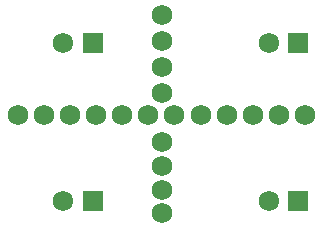
<source format=gbs>
G04*
G04 #@! TF.GenerationSoftware,Altium Limited,Altium Designer,22.1.2 (22)*
G04*
G04 Layer_Color=16711935*
%FSLAX25Y25*%
%MOIN*%
G70*
G04*
G04 #@! TF.SameCoordinates,A84A231E-1FB4-490D-AB1D-95A42E3D9FFD*
G04*
G04*
G04 #@! TF.FilePolarity,Negative*
G04*
G01*
G75*
%ADD18C,0.06800*%
%ADD19C,0.06791*%
%ADD20R,0.06791X0.06791*%
D18*
X261500Y167700D02*
D03*
Y175600D02*
D03*
Y183500D02*
D03*
Y159800D02*
D03*
Y200000D02*
D03*
Y208600D02*
D03*
Y217200D02*
D03*
Y225800D02*
D03*
X230800Y192500D02*
D03*
X309100D02*
D03*
X300400D02*
D03*
X291700D02*
D03*
X283000D02*
D03*
X274300D02*
D03*
X265600D02*
D03*
X256900D02*
D03*
X248200D02*
D03*
X239500D02*
D03*
X222100D02*
D03*
X213400D02*
D03*
D19*
X228579Y163933D02*
D03*
X297079D02*
D03*
X228579Y216433D02*
D03*
X297079D02*
D03*
D20*
X238421Y163933D02*
D03*
X306921D02*
D03*
X238421Y216433D02*
D03*
X306921D02*
D03*
M02*

</source>
